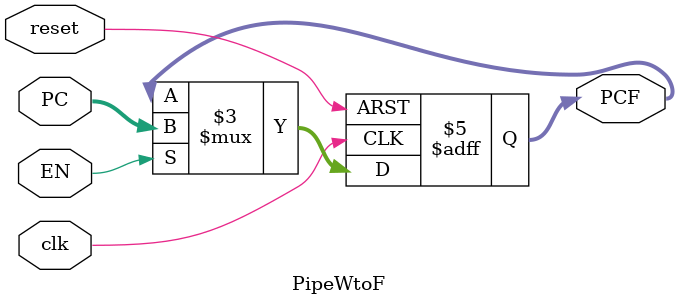
<source format=sv>
`timescale 1ns / 1ps

module PipeWtoF(input logic[31:0] PC,
                input logic EN, clk, reset,		// StallF will be connected as this EN
                output logic[31:0] PCF);
    
    always_ff @(posedge clk, posedge reset)begin
        if (reset)
            PCF <= 0;
        else if(EN)
            begin
            PCF<=PC;
            end
        else 
            PCF <= PCF;
    end
endmodule

</source>
